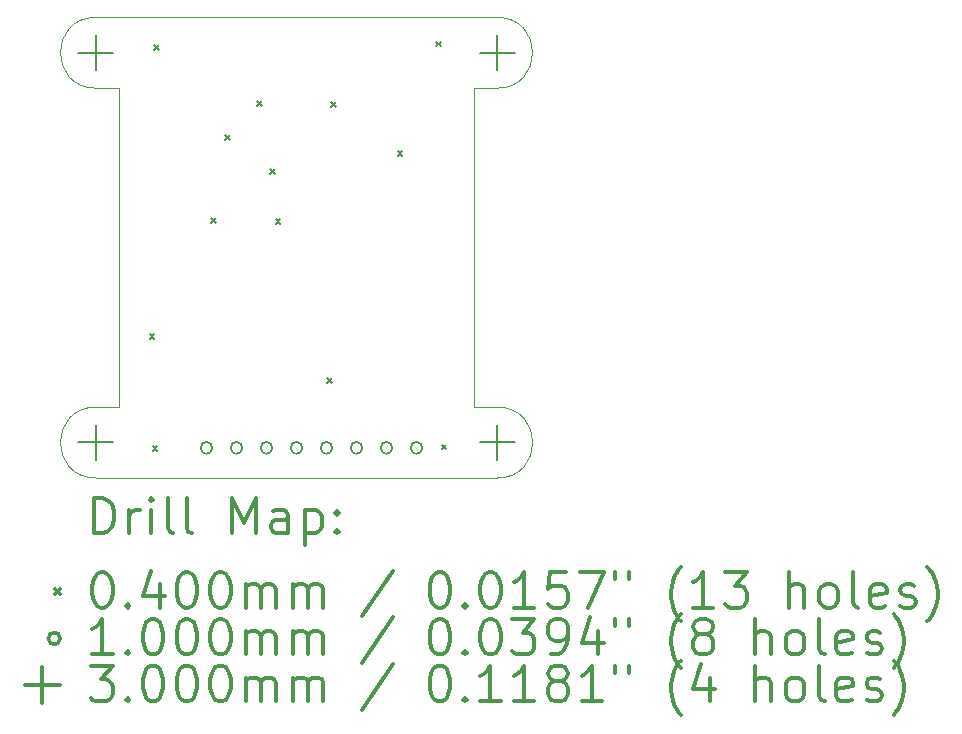
<source format=gbr>
%FSLAX45Y45*%
G04 Gerber Fmt 4.5, Leading zero omitted, Abs format (unit mm)*
G04 Created by KiCad (PCBNEW (5.1.10)-1) date 2021-09-08 01:49:00*
%MOMM*%
%LPD*%
G01*
G04 APERTURE LIST*
%TA.AperFunction,Profile*%
%ADD10C,0.050000*%
%TD*%
%ADD11C,0.200000*%
%ADD12C,0.300000*%
G04 APERTURE END LIST*
D10*
X12459970Y-10040620D02*
X12259310Y-10040620D01*
X12259310Y-7339330D02*
X12259310Y-10040620D01*
X12458700Y-7339330D02*
X12259310Y-7339330D01*
X9060180Y-6739890D02*
X12458700Y-6739890D01*
X9060180Y-10640060D02*
X12459970Y-10640060D01*
X9259570Y-7339330D02*
X9060180Y-7339330D01*
X9259570Y-10040620D02*
X9259570Y-7339330D01*
X9060180Y-10040620D02*
X9259570Y-10040620D01*
X9060180Y-10640060D02*
G75*
G02*
X9060180Y-10040620I0J299720D01*
G01*
X9060180Y-7339330D02*
G75*
G02*
X9060180Y-6739890I0J299720D01*
G01*
X12458700Y-6739890D02*
G75*
G02*
X12458700Y-7339330I0J-299720D01*
G01*
X12459970Y-10040620D02*
G75*
G02*
X12459970Y-10640060I0J-299720D01*
G01*
D11*
X9515000Y-9420000D02*
X9555000Y-9460000D01*
X9555000Y-9420000D02*
X9515000Y-9460000D01*
X9541068Y-10367584D02*
X9581068Y-10407584D01*
X9581068Y-10367584D02*
X9541068Y-10407584D01*
X9552752Y-6975668D02*
X9592752Y-7015668D01*
X9592752Y-6975668D02*
X9552752Y-7015668D01*
X10035000Y-8437500D02*
X10075000Y-8477500D01*
X10075000Y-8437500D02*
X10035000Y-8477500D01*
X10152500Y-7735000D02*
X10192500Y-7775000D01*
X10192500Y-7735000D02*
X10152500Y-7775000D01*
X10425000Y-7450000D02*
X10465000Y-7490000D01*
X10465000Y-7450000D02*
X10425000Y-7490000D01*
X10536240Y-8026720D02*
X10576240Y-8066720D01*
X10576240Y-8026720D02*
X10536240Y-8066720D01*
X10581960Y-8448360D02*
X10621960Y-8488360D01*
X10621960Y-8448360D02*
X10581960Y-8488360D01*
X11021380Y-9794560D02*
X11061380Y-9834560D01*
X11061380Y-9794560D02*
X11021380Y-9834560D01*
X11050000Y-7457500D02*
X11090000Y-7497500D01*
X11090000Y-7457500D02*
X11050000Y-7497500D01*
X11615000Y-7875000D02*
X11655000Y-7915000D01*
X11655000Y-7875000D02*
X11615000Y-7915000D01*
X11939082Y-6945696D02*
X11979082Y-6985696D01*
X11979082Y-6945696D02*
X11939082Y-6985696D01*
X11989120Y-10358440D02*
X12029120Y-10398440D01*
X12029120Y-10358440D02*
X11989120Y-10398440D01*
X10046910Y-10385610D02*
G75*
G03*
X10046910Y-10385610I-50000J0D01*
G01*
X10300910Y-10385610D02*
G75*
G03*
X10300910Y-10385610I-50000J0D01*
G01*
X10554910Y-10385610D02*
G75*
G03*
X10554910Y-10385610I-50000J0D01*
G01*
X10808910Y-10385610D02*
G75*
G03*
X10808910Y-10385610I-50000J0D01*
G01*
X11062910Y-10385610D02*
G75*
G03*
X11062910Y-10385610I-50000J0D01*
G01*
X11316910Y-10385610D02*
G75*
G03*
X11316910Y-10385610I-50000J0D01*
G01*
X11570910Y-10385610D02*
G75*
G03*
X11570910Y-10385610I-50000J0D01*
G01*
X11824910Y-10385610D02*
G75*
G03*
X11824910Y-10385610I-50000J0D01*
G01*
X9058910Y-6889610D02*
X9058910Y-7189610D01*
X8908910Y-7039610D02*
X9208910Y-7039610D01*
X9058910Y-10189610D02*
X9058910Y-10489610D01*
X8908910Y-10339610D02*
X9208910Y-10339610D01*
X12458910Y-6889610D02*
X12458910Y-7189610D01*
X12308910Y-7039610D02*
X12608910Y-7039610D01*
X12458910Y-10189610D02*
X12458910Y-10489610D01*
X12308910Y-10339610D02*
X12608910Y-10339610D01*
D12*
X9044388Y-11108275D02*
X9044388Y-10808275D01*
X9115817Y-10808275D01*
X9158674Y-10822560D01*
X9187246Y-10851132D01*
X9201531Y-10879703D01*
X9215817Y-10936846D01*
X9215817Y-10979703D01*
X9201531Y-11036846D01*
X9187246Y-11065417D01*
X9158674Y-11093989D01*
X9115817Y-11108275D01*
X9044388Y-11108275D01*
X9344388Y-11108275D02*
X9344388Y-10908275D01*
X9344388Y-10965417D02*
X9358674Y-10936846D01*
X9372960Y-10922560D01*
X9401531Y-10908275D01*
X9430103Y-10908275D01*
X9530103Y-11108275D02*
X9530103Y-10908275D01*
X9530103Y-10808275D02*
X9515817Y-10822560D01*
X9530103Y-10836846D01*
X9544388Y-10822560D01*
X9530103Y-10808275D01*
X9530103Y-10836846D01*
X9715817Y-11108275D02*
X9687246Y-11093989D01*
X9672960Y-11065417D01*
X9672960Y-10808275D01*
X9872960Y-11108275D02*
X9844388Y-11093989D01*
X9830103Y-11065417D01*
X9830103Y-10808275D01*
X10215817Y-11108275D02*
X10215817Y-10808275D01*
X10315817Y-11022560D01*
X10415817Y-10808275D01*
X10415817Y-11108275D01*
X10687246Y-11108275D02*
X10687246Y-10951132D01*
X10672960Y-10922560D01*
X10644388Y-10908275D01*
X10587246Y-10908275D01*
X10558674Y-10922560D01*
X10687246Y-11093989D02*
X10658674Y-11108275D01*
X10587246Y-11108275D01*
X10558674Y-11093989D01*
X10544388Y-11065417D01*
X10544388Y-11036846D01*
X10558674Y-11008275D01*
X10587246Y-10993989D01*
X10658674Y-10993989D01*
X10687246Y-10979703D01*
X10830103Y-10908275D02*
X10830103Y-11208274D01*
X10830103Y-10922560D02*
X10858674Y-10908275D01*
X10915817Y-10908275D01*
X10944388Y-10922560D01*
X10958674Y-10936846D01*
X10972960Y-10965417D01*
X10972960Y-11051132D01*
X10958674Y-11079703D01*
X10944388Y-11093989D01*
X10915817Y-11108275D01*
X10858674Y-11108275D01*
X10830103Y-11093989D01*
X11101531Y-11079703D02*
X11115817Y-11093989D01*
X11101531Y-11108275D01*
X11087246Y-11093989D01*
X11101531Y-11079703D01*
X11101531Y-11108275D01*
X11101531Y-10922560D02*
X11115817Y-10936846D01*
X11101531Y-10951132D01*
X11087246Y-10936846D01*
X11101531Y-10922560D01*
X11101531Y-10951132D01*
X8717960Y-11582560D02*
X8757960Y-11622560D01*
X8757960Y-11582560D02*
X8717960Y-11622560D01*
X9101531Y-11438274D02*
X9130103Y-11438274D01*
X9158674Y-11452560D01*
X9172960Y-11466846D01*
X9187246Y-11495417D01*
X9201531Y-11552560D01*
X9201531Y-11623989D01*
X9187246Y-11681132D01*
X9172960Y-11709703D01*
X9158674Y-11723989D01*
X9130103Y-11738274D01*
X9101531Y-11738274D01*
X9072960Y-11723989D01*
X9058674Y-11709703D01*
X9044388Y-11681132D01*
X9030103Y-11623989D01*
X9030103Y-11552560D01*
X9044388Y-11495417D01*
X9058674Y-11466846D01*
X9072960Y-11452560D01*
X9101531Y-11438274D01*
X9330103Y-11709703D02*
X9344388Y-11723989D01*
X9330103Y-11738274D01*
X9315817Y-11723989D01*
X9330103Y-11709703D01*
X9330103Y-11738274D01*
X9601531Y-11538274D02*
X9601531Y-11738274D01*
X9530103Y-11423989D02*
X9458674Y-11638274D01*
X9644388Y-11638274D01*
X9815817Y-11438274D02*
X9844388Y-11438274D01*
X9872960Y-11452560D01*
X9887246Y-11466846D01*
X9901531Y-11495417D01*
X9915817Y-11552560D01*
X9915817Y-11623989D01*
X9901531Y-11681132D01*
X9887246Y-11709703D01*
X9872960Y-11723989D01*
X9844388Y-11738274D01*
X9815817Y-11738274D01*
X9787246Y-11723989D01*
X9772960Y-11709703D01*
X9758674Y-11681132D01*
X9744388Y-11623989D01*
X9744388Y-11552560D01*
X9758674Y-11495417D01*
X9772960Y-11466846D01*
X9787246Y-11452560D01*
X9815817Y-11438274D01*
X10101531Y-11438274D02*
X10130103Y-11438274D01*
X10158674Y-11452560D01*
X10172960Y-11466846D01*
X10187246Y-11495417D01*
X10201531Y-11552560D01*
X10201531Y-11623989D01*
X10187246Y-11681132D01*
X10172960Y-11709703D01*
X10158674Y-11723989D01*
X10130103Y-11738274D01*
X10101531Y-11738274D01*
X10072960Y-11723989D01*
X10058674Y-11709703D01*
X10044388Y-11681132D01*
X10030103Y-11623989D01*
X10030103Y-11552560D01*
X10044388Y-11495417D01*
X10058674Y-11466846D01*
X10072960Y-11452560D01*
X10101531Y-11438274D01*
X10330103Y-11738274D02*
X10330103Y-11538274D01*
X10330103Y-11566846D02*
X10344388Y-11552560D01*
X10372960Y-11538274D01*
X10415817Y-11538274D01*
X10444388Y-11552560D01*
X10458674Y-11581132D01*
X10458674Y-11738274D01*
X10458674Y-11581132D02*
X10472960Y-11552560D01*
X10501531Y-11538274D01*
X10544388Y-11538274D01*
X10572960Y-11552560D01*
X10587246Y-11581132D01*
X10587246Y-11738274D01*
X10730103Y-11738274D02*
X10730103Y-11538274D01*
X10730103Y-11566846D02*
X10744388Y-11552560D01*
X10772960Y-11538274D01*
X10815817Y-11538274D01*
X10844388Y-11552560D01*
X10858674Y-11581132D01*
X10858674Y-11738274D01*
X10858674Y-11581132D02*
X10872960Y-11552560D01*
X10901531Y-11538274D01*
X10944388Y-11538274D01*
X10972960Y-11552560D01*
X10987246Y-11581132D01*
X10987246Y-11738274D01*
X11572960Y-11423989D02*
X11315817Y-11809703D01*
X11958674Y-11438274D02*
X11987245Y-11438274D01*
X12015817Y-11452560D01*
X12030103Y-11466846D01*
X12044388Y-11495417D01*
X12058674Y-11552560D01*
X12058674Y-11623989D01*
X12044388Y-11681132D01*
X12030103Y-11709703D01*
X12015817Y-11723989D01*
X11987245Y-11738274D01*
X11958674Y-11738274D01*
X11930103Y-11723989D01*
X11915817Y-11709703D01*
X11901531Y-11681132D01*
X11887245Y-11623989D01*
X11887245Y-11552560D01*
X11901531Y-11495417D01*
X11915817Y-11466846D01*
X11930103Y-11452560D01*
X11958674Y-11438274D01*
X12187245Y-11709703D02*
X12201531Y-11723989D01*
X12187245Y-11738274D01*
X12172960Y-11723989D01*
X12187245Y-11709703D01*
X12187245Y-11738274D01*
X12387245Y-11438274D02*
X12415817Y-11438274D01*
X12444388Y-11452560D01*
X12458674Y-11466846D01*
X12472960Y-11495417D01*
X12487245Y-11552560D01*
X12487245Y-11623989D01*
X12472960Y-11681132D01*
X12458674Y-11709703D01*
X12444388Y-11723989D01*
X12415817Y-11738274D01*
X12387245Y-11738274D01*
X12358674Y-11723989D01*
X12344388Y-11709703D01*
X12330103Y-11681132D01*
X12315817Y-11623989D01*
X12315817Y-11552560D01*
X12330103Y-11495417D01*
X12344388Y-11466846D01*
X12358674Y-11452560D01*
X12387245Y-11438274D01*
X12772960Y-11738274D02*
X12601531Y-11738274D01*
X12687245Y-11738274D02*
X12687245Y-11438274D01*
X12658674Y-11481132D01*
X12630103Y-11509703D01*
X12601531Y-11523989D01*
X13044388Y-11438274D02*
X12901531Y-11438274D01*
X12887245Y-11581132D01*
X12901531Y-11566846D01*
X12930103Y-11552560D01*
X13001531Y-11552560D01*
X13030103Y-11566846D01*
X13044388Y-11581132D01*
X13058674Y-11609703D01*
X13058674Y-11681132D01*
X13044388Y-11709703D01*
X13030103Y-11723989D01*
X13001531Y-11738274D01*
X12930103Y-11738274D01*
X12901531Y-11723989D01*
X12887245Y-11709703D01*
X13158674Y-11438274D02*
X13358674Y-11438274D01*
X13230103Y-11738274D01*
X13458674Y-11438274D02*
X13458674Y-11495417D01*
X13572960Y-11438274D02*
X13572960Y-11495417D01*
X14015817Y-11852560D02*
X14001531Y-11838274D01*
X13972960Y-11795417D01*
X13958674Y-11766846D01*
X13944388Y-11723989D01*
X13930103Y-11652560D01*
X13930103Y-11595417D01*
X13944388Y-11523989D01*
X13958674Y-11481132D01*
X13972960Y-11452560D01*
X14001531Y-11409703D01*
X14015817Y-11395417D01*
X14287245Y-11738274D02*
X14115817Y-11738274D01*
X14201531Y-11738274D02*
X14201531Y-11438274D01*
X14172960Y-11481132D01*
X14144388Y-11509703D01*
X14115817Y-11523989D01*
X14387245Y-11438274D02*
X14572960Y-11438274D01*
X14472960Y-11552560D01*
X14515817Y-11552560D01*
X14544388Y-11566846D01*
X14558674Y-11581132D01*
X14572960Y-11609703D01*
X14572960Y-11681132D01*
X14558674Y-11709703D01*
X14544388Y-11723989D01*
X14515817Y-11738274D01*
X14430103Y-11738274D01*
X14401531Y-11723989D01*
X14387245Y-11709703D01*
X14930103Y-11738274D02*
X14930103Y-11438274D01*
X15058674Y-11738274D02*
X15058674Y-11581132D01*
X15044388Y-11552560D01*
X15015817Y-11538274D01*
X14972960Y-11538274D01*
X14944388Y-11552560D01*
X14930103Y-11566846D01*
X15244388Y-11738274D02*
X15215817Y-11723989D01*
X15201531Y-11709703D01*
X15187245Y-11681132D01*
X15187245Y-11595417D01*
X15201531Y-11566846D01*
X15215817Y-11552560D01*
X15244388Y-11538274D01*
X15287245Y-11538274D01*
X15315817Y-11552560D01*
X15330103Y-11566846D01*
X15344388Y-11595417D01*
X15344388Y-11681132D01*
X15330103Y-11709703D01*
X15315817Y-11723989D01*
X15287245Y-11738274D01*
X15244388Y-11738274D01*
X15515817Y-11738274D02*
X15487245Y-11723989D01*
X15472960Y-11695417D01*
X15472960Y-11438274D01*
X15744388Y-11723989D02*
X15715817Y-11738274D01*
X15658674Y-11738274D01*
X15630103Y-11723989D01*
X15615817Y-11695417D01*
X15615817Y-11581132D01*
X15630103Y-11552560D01*
X15658674Y-11538274D01*
X15715817Y-11538274D01*
X15744388Y-11552560D01*
X15758674Y-11581132D01*
X15758674Y-11609703D01*
X15615817Y-11638274D01*
X15872960Y-11723989D02*
X15901531Y-11738274D01*
X15958674Y-11738274D01*
X15987245Y-11723989D01*
X16001531Y-11695417D01*
X16001531Y-11681132D01*
X15987245Y-11652560D01*
X15958674Y-11638274D01*
X15915817Y-11638274D01*
X15887245Y-11623989D01*
X15872960Y-11595417D01*
X15872960Y-11581132D01*
X15887245Y-11552560D01*
X15915817Y-11538274D01*
X15958674Y-11538274D01*
X15987245Y-11552560D01*
X16101531Y-11852560D02*
X16115817Y-11838274D01*
X16144388Y-11795417D01*
X16158674Y-11766846D01*
X16172960Y-11723989D01*
X16187245Y-11652560D01*
X16187245Y-11595417D01*
X16172960Y-11523989D01*
X16158674Y-11481132D01*
X16144388Y-11452560D01*
X16115817Y-11409703D01*
X16101531Y-11395417D01*
X8757960Y-11998560D02*
G75*
G03*
X8757960Y-11998560I-50000J0D01*
G01*
X9201531Y-12134274D02*
X9030103Y-12134274D01*
X9115817Y-12134274D02*
X9115817Y-11834274D01*
X9087246Y-11877132D01*
X9058674Y-11905703D01*
X9030103Y-11919989D01*
X9330103Y-12105703D02*
X9344388Y-12119989D01*
X9330103Y-12134274D01*
X9315817Y-12119989D01*
X9330103Y-12105703D01*
X9330103Y-12134274D01*
X9530103Y-11834274D02*
X9558674Y-11834274D01*
X9587246Y-11848560D01*
X9601531Y-11862846D01*
X9615817Y-11891417D01*
X9630103Y-11948560D01*
X9630103Y-12019989D01*
X9615817Y-12077132D01*
X9601531Y-12105703D01*
X9587246Y-12119989D01*
X9558674Y-12134274D01*
X9530103Y-12134274D01*
X9501531Y-12119989D01*
X9487246Y-12105703D01*
X9472960Y-12077132D01*
X9458674Y-12019989D01*
X9458674Y-11948560D01*
X9472960Y-11891417D01*
X9487246Y-11862846D01*
X9501531Y-11848560D01*
X9530103Y-11834274D01*
X9815817Y-11834274D02*
X9844388Y-11834274D01*
X9872960Y-11848560D01*
X9887246Y-11862846D01*
X9901531Y-11891417D01*
X9915817Y-11948560D01*
X9915817Y-12019989D01*
X9901531Y-12077132D01*
X9887246Y-12105703D01*
X9872960Y-12119989D01*
X9844388Y-12134274D01*
X9815817Y-12134274D01*
X9787246Y-12119989D01*
X9772960Y-12105703D01*
X9758674Y-12077132D01*
X9744388Y-12019989D01*
X9744388Y-11948560D01*
X9758674Y-11891417D01*
X9772960Y-11862846D01*
X9787246Y-11848560D01*
X9815817Y-11834274D01*
X10101531Y-11834274D02*
X10130103Y-11834274D01*
X10158674Y-11848560D01*
X10172960Y-11862846D01*
X10187246Y-11891417D01*
X10201531Y-11948560D01*
X10201531Y-12019989D01*
X10187246Y-12077132D01*
X10172960Y-12105703D01*
X10158674Y-12119989D01*
X10130103Y-12134274D01*
X10101531Y-12134274D01*
X10072960Y-12119989D01*
X10058674Y-12105703D01*
X10044388Y-12077132D01*
X10030103Y-12019989D01*
X10030103Y-11948560D01*
X10044388Y-11891417D01*
X10058674Y-11862846D01*
X10072960Y-11848560D01*
X10101531Y-11834274D01*
X10330103Y-12134274D02*
X10330103Y-11934274D01*
X10330103Y-11962846D02*
X10344388Y-11948560D01*
X10372960Y-11934274D01*
X10415817Y-11934274D01*
X10444388Y-11948560D01*
X10458674Y-11977132D01*
X10458674Y-12134274D01*
X10458674Y-11977132D02*
X10472960Y-11948560D01*
X10501531Y-11934274D01*
X10544388Y-11934274D01*
X10572960Y-11948560D01*
X10587246Y-11977132D01*
X10587246Y-12134274D01*
X10730103Y-12134274D02*
X10730103Y-11934274D01*
X10730103Y-11962846D02*
X10744388Y-11948560D01*
X10772960Y-11934274D01*
X10815817Y-11934274D01*
X10844388Y-11948560D01*
X10858674Y-11977132D01*
X10858674Y-12134274D01*
X10858674Y-11977132D02*
X10872960Y-11948560D01*
X10901531Y-11934274D01*
X10944388Y-11934274D01*
X10972960Y-11948560D01*
X10987246Y-11977132D01*
X10987246Y-12134274D01*
X11572960Y-11819989D02*
X11315817Y-12205703D01*
X11958674Y-11834274D02*
X11987245Y-11834274D01*
X12015817Y-11848560D01*
X12030103Y-11862846D01*
X12044388Y-11891417D01*
X12058674Y-11948560D01*
X12058674Y-12019989D01*
X12044388Y-12077132D01*
X12030103Y-12105703D01*
X12015817Y-12119989D01*
X11987245Y-12134274D01*
X11958674Y-12134274D01*
X11930103Y-12119989D01*
X11915817Y-12105703D01*
X11901531Y-12077132D01*
X11887245Y-12019989D01*
X11887245Y-11948560D01*
X11901531Y-11891417D01*
X11915817Y-11862846D01*
X11930103Y-11848560D01*
X11958674Y-11834274D01*
X12187245Y-12105703D02*
X12201531Y-12119989D01*
X12187245Y-12134274D01*
X12172960Y-12119989D01*
X12187245Y-12105703D01*
X12187245Y-12134274D01*
X12387245Y-11834274D02*
X12415817Y-11834274D01*
X12444388Y-11848560D01*
X12458674Y-11862846D01*
X12472960Y-11891417D01*
X12487245Y-11948560D01*
X12487245Y-12019989D01*
X12472960Y-12077132D01*
X12458674Y-12105703D01*
X12444388Y-12119989D01*
X12415817Y-12134274D01*
X12387245Y-12134274D01*
X12358674Y-12119989D01*
X12344388Y-12105703D01*
X12330103Y-12077132D01*
X12315817Y-12019989D01*
X12315817Y-11948560D01*
X12330103Y-11891417D01*
X12344388Y-11862846D01*
X12358674Y-11848560D01*
X12387245Y-11834274D01*
X12587245Y-11834274D02*
X12772960Y-11834274D01*
X12672960Y-11948560D01*
X12715817Y-11948560D01*
X12744388Y-11962846D01*
X12758674Y-11977132D01*
X12772960Y-12005703D01*
X12772960Y-12077132D01*
X12758674Y-12105703D01*
X12744388Y-12119989D01*
X12715817Y-12134274D01*
X12630103Y-12134274D01*
X12601531Y-12119989D01*
X12587245Y-12105703D01*
X12915817Y-12134274D02*
X12972960Y-12134274D01*
X13001531Y-12119989D01*
X13015817Y-12105703D01*
X13044388Y-12062846D01*
X13058674Y-12005703D01*
X13058674Y-11891417D01*
X13044388Y-11862846D01*
X13030103Y-11848560D01*
X13001531Y-11834274D01*
X12944388Y-11834274D01*
X12915817Y-11848560D01*
X12901531Y-11862846D01*
X12887245Y-11891417D01*
X12887245Y-11962846D01*
X12901531Y-11991417D01*
X12915817Y-12005703D01*
X12944388Y-12019989D01*
X13001531Y-12019989D01*
X13030103Y-12005703D01*
X13044388Y-11991417D01*
X13058674Y-11962846D01*
X13315817Y-11934274D02*
X13315817Y-12134274D01*
X13244388Y-11819989D02*
X13172960Y-12034274D01*
X13358674Y-12034274D01*
X13458674Y-11834274D02*
X13458674Y-11891417D01*
X13572960Y-11834274D02*
X13572960Y-11891417D01*
X14015817Y-12248560D02*
X14001531Y-12234274D01*
X13972960Y-12191417D01*
X13958674Y-12162846D01*
X13944388Y-12119989D01*
X13930103Y-12048560D01*
X13930103Y-11991417D01*
X13944388Y-11919989D01*
X13958674Y-11877132D01*
X13972960Y-11848560D01*
X14001531Y-11805703D01*
X14015817Y-11791417D01*
X14172960Y-11962846D02*
X14144388Y-11948560D01*
X14130103Y-11934274D01*
X14115817Y-11905703D01*
X14115817Y-11891417D01*
X14130103Y-11862846D01*
X14144388Y-11848560D01*
X14172960Y-11834274D01*
X14230103Y-11834274D01*
X14258674Y-11848560D01*
X14272960Y-11862846D01*
X14287245Y-11891417D01*
X14287245Y-11905703D01*
X14272960Y-11934274D01*
X14258674Y-11948560D01*
X14230103Y-11962846D01*
X14172960Y-11962846D01*
X14144388Y-11977132D01*
X14130103Y-11991417D01*
X14115817Y-12019989D01*
X14115817Y-12077132D01*
X14130103Y-12105703D01*
X14144388Y-12119989D01*
X14172960Y-12134274D01*
X14230103Y-12134274D01*
X14258674Y-12119989D01*
X14272960Y-12105703D01*
X14287245Y-12077132D01*
X14287245Y-12019989D01*
X14272960Y-11991417D01*
X14258674Y-11977132D01*
X14230103Y-11962846D01*
X14644388Y-12134274D02*
X14644388Y-11834274D01*
X14772960Y-12134274D02*
X14772960Y-11977132D01*
X14758674Y-11948560D01*
X14730103Y-11934274D01*
X14687245Y-11934274D01*
X14658674Y-11948560D01*
X14644388Y-11962846D01*
X14958674Y-12134274D02*
X14930103Y-12119989D01*
X14915817Y-12105703D01*
X14901531Y-12077132D01*
X14901531Y-11991417D01*
X14915817Y-11962846D01*
X14930103Y-11948560D01*
X14958674Y-11934274D01*
X15001531Y-11934274D01*
X15030103Y-11948560D01*
X15044388Y-11962846D01*
X15058674Y-11991417D01*
X15058674Y-12077132D01*
X15044388Y-12105703D01*
X15030103Y-12119989D01*
X15001531Y-12134274D01*
X14958674Y-12134274D01*
X15230103Y-12134274D02*
X15201531Y-12119989D01*
X15187245Y-12091417D01*
X15187245Y-11834274D01*
X15458674Y-12119989D02*
X15430103Y-12134274D01*
X15372960Y-12134274D01*
X15344388Y-12119989D01*
X15330103Y-12091417D01*
X15330103Y-11977132D01*
X15344388Y-11948560D01*
X15372960Y-11934274D01*
X15430103Y-11934274D01*
X15458674Y-11948560D01*
X15472960Y-11977132D01*
X15472960Y-12005703D01*
X15330103Y-12034274D01*
X15587245Y-12119989D02*
X15615817Y-12134274D01*
X15672960Y-12134274D01*
X15701531Y-12119989D01*
X15715817Y-12091417D01*
X15715817Y-12077132D01*
X15701531Y-12048560D01*
X15672960Y-12034274D01*
X15630103Y-12034274D01*
X15601531Y-12019989D01*
X15587245Y-11991417D01*
X15587245Y-11977132D01*
X15601531Y-11948560D01*
X15630103Y-11934274D01*
X15672960Y-11934274D01*
X15701531Y-11948560D01*
X15815817Y-12248560D02*
X15830103Y-12234274D01*
X15858674Y-12191417D01*
X15872960Y-12162846D01*
X15887245Y-12119989D01*
X15901531Y-12048560D01*
X15901531Y-11991417D01*
X15887245Y-11919989D01*
X15872960Y-11877132D01*
X15858674Y-11848560D01*
X15830103Y-11805703D01*
X15815817Y-11791417D01*
X8607960Y-12244560D02*
X8607960Y-12544560D01*
X8457960Y-12394560D02*
X8757960Y-12394560D01*
X9015817Y-12230274D02*
X9201531Y-12230274D01*
X9101531Y-12344560D01*
X9144388Y-12344560D01*
X9172960Y-12358846D01*
X9187246Y-12373132D01*
X9201531Y-12401703D01*
X9201531Y-12473132D01*
X9187246Y-12501703D01*
X9172960Y-12515989D01*
X9144388Y-12530274D01*
X9058674Y-12530274D01*
X9030103Y-12515989D01*
X9015817Y-12501703D01*
X9330103Y-12501703D02*
X9344388Y-12515989D01*
X9330103Y-12530274D01*
X9315817Y-12515989D01*
X9330103Y-12501703D01*
X9330103Y-12530274D01*
X9530103Y-12230274D02*
X9558674Y-12230274D01*
X9587246Y-12244560D01*
X9601531Y-12258846D01*
X9615817Y-12287417D01*
X9630103Y-12344560D01*
X9630103Y-12415989D01*
X9615817Y-12473132D01*
X9601531Y-12501703D01*
X9587246Y-12515989D01*
X9558674Y-12530274D01*
X9530103Y-12530274D01*
X9501531Y-12515989D01*
X9487246Y-12501703D01*
X9472960Y-12473132D01*
X9458674Y-12415989D01*
X9458674Y-12344560D01*
X9472960Y-12287417D01*
X9487246Y-12258846D01*
X9501531Y-12244560D01*
X9530103Y-12230274D01*
X9815817Y-12230274D02*
X9844388Y-12230274D01*
X9872960Y-12244560D01*
X9887246Y-12258846D01*
X9901531Y-12287417D01*
X9915817Y-12344560D01*
X9915817Y-12415989D01*
X9901531Y-12473132D01*
X9887246Y-12501703D01*
X9872960Y-12515989D01*
X9844388Y-12530274D01*
X9815817Y-12530274D01*
X9787246Y-12515989D01*
X9772960Y-12501703D01*
X9758674Y-12473132D01*
X9744388Y-12415989D01*
X9744388Y-12344560D01*
X9758674Y-12287417D01*
X9772960Y-12258846D01*
X9787246Y-12244560D01*
X9815817Y-12230274D01*
X10101531Y-12230274D02*
X10130103Y-12230274D01*
X10158674Y-12244560D01*
X10172960Y-12258846D01*
X10187246Y-12287417D01*
X10201531Y-12344560D01*
X10201531Y-12415989D01*
X10187246Y-12473132D01*
X10172960Y-12501703D01*
X10158674Y-12515989D01*
X10130103Y-12530274D01*
X10101531Y-12530274D01*
X10072960Y-12515989D01*
X10058674Y-12501703D01*
X10044388Y-12473132D01*
X10030103Y-12415989D01*
X10030103Y-12344560D01*
X10044388Y-12287417D01*
X10058674Y-12258846D01*
X10072960Y-12244560D01*
X10101531Y-12230274D01*
X10330103Y-12530274D02*
X10330103Y-12330274D01*
X10330103Y-12358846D02*
X10344388Y-12344560D01*
X10372960Y-12330274D01*
X10415817Y-12330274D01*
X10444388Y-12344560D01*
X10458674Y-12373132D01*
X10458674Y-12530274D01*
X10458674Y-12373132D02*
X10472960Y-12344560D01*
X10501531Y-12330274D01*
X10544388Y-12330274D01*
X10572960Y-12344560D01*
X10587246Y-12373132D01*
X10587246Y-12530274D01*
X10730103Y-12530274D02*
X10730103Y-12330274D01*
X10730103Y-12358846D02*
X10744388Y-12344560D01*
X10772960Y-12330274D01*
X10815817Y-12330274D01*
X10844388Y-12344560D01*
X10858674Y-12373132D01*
X10858674Y-12530274D01*
X10858674Y-12373132D02*
X10872960Y-12344560D01*
X10901531Y-12330274D01*
X10944388Y-12330274D01*
X10972960Y-12344560D01*
X10987246Y-12373132D01*
X10987246Y-12530274D01*
X11572960Y-12215989D02*
X11315817Y-12601703D01*
X11958674Y-12230274D02*
X11987245Y-12230274D01*
X12015817Y-12244560D01*
X12030103Y-12258846D01*
X12044388Y-12287417D01*
X12058674Y-12344560D01*
X12058674Y-12415989D01*
X12044388Y-12473132D01*
X12030103Y-12501703D01*
X12015817Y-12515989D01*
X11987245Y-12530274D01*
X11958674Y-12530274D01*
X11930103Y-12515989D01*
X11915817Y-12501703D01*
X11901531Y-12473132D01*
X11887245Y-12415989D01*
X11887245Y-12344560D01*
X11901531Y-12287417D01*
X11915817Y-12258846D01*
X11930103Y-12244560D01*
X11958674Y-12230274D01*
X12187245Y-12501703D02*
X12201531Y-12515989D01*
X12187245Y-12530274D01*
X12172960Y-12515989D01*
X12187245Y-12501703D01*
X12187245Y-12530274D01*
X12487245Y-12530274D02*
X12315817Y-12530274D01*
X12401531Y-12530274D02*
X12401531Y-12230274D01*
X12372960Y-12273132D01*
X12344388Y-12301703D01*
X12315817Y-12315989D01*
X12772960Y-12530274D02*
X12601531Y-12530274D01*
X12687245Y-12530274D02*
X12687245Y-12230274D01*
X12658674Y-12273132D01*
X12630103Y-12301703D01*
X12601531Y-12315989D01*
X12944388Y-12358846D02*
X12915817Y-12344560D01*
X12901531Y-12330274D01*
X12887245Y-12301703D01*
X12887245Y-12287417D01*
X12901531Y-12258846D01*
X12915817Y-12244560D01*
X12944388Y-12230274D01*
X13001531Y-12230274D01*
X13030103Y-12244560D01*
X13044388Y-12258846D01*
X13058674Y-12287417D01*
X13058674Y-12301703D01*
X13044388Y-12330274D01*
X13030103Y-12344560D01*
X13001531Y-12358846D01*
X12944388Y-12358846D01*
X12915817Y-12373132D01*
X12901531Y-12387417D01*
X12887245Y-12415989D01*
X12887245Y-12473132D01*
X12901531Y-12501703D01*
X12915817Y-12515989D01*
X12944388Y-12530274D01*
X13001531Y-12530274D01*
X13030103Y-12515989D01*
X13044388Y-12501703D01*
X13058674Y-12473132D01*
X13058674Y-12415989D01*
X13044388Y-12387417D01*
X13030103Y-12373132D01*
X13001531Y-12358846D01*
X13344388Y-12530274D02*
X13172960Y-12530274D01*
X13258674Y-12530274D02*
X13258674Y-12230274D01*
X13230103Y-12273132D01*
X13201531Y-12301703D01*
X13172960Y-12315989D01*
X13458674Y-12230274D02*
X13458674Y-12287417D01*
X13572960Y-12230274D02*
X13572960Y-12287417D01*
X14015817Y-12644560D02*
X14001531Y-12630274D01*
X13972960Y-12587417D01*
X13958674Y-12558846D01*
X13944388Y-12515989D01*
X13930103Y-12444560D01*
X13930103Y-12387417D01*
X13944388Y-12315989D01*
X13958674Y-12273132D01*
X13972960Y-12244560D01*
X14001531Y-12201703D01*
X14015817Y-12187417D01*
X14258674Y-12330274D02*
X14258674Y-12530274D01*
X14187245Y-12215989D02*
X14115817Y-12430274D01*
X14301531Y-12430274D01*
X14644388Y-12530274D02*
X14644388Y-12230274D01*
X14772960Y-12530274D02*
X14772960Y-12373132D01*
X14758674Y-12344560D01*
X14730103Y-12330274D01*
X14687245Y-12330274D01*
X14658674Y-12344560D01*
X14644388Y-12358846D01*
X14958674Y-12530274D02*
X14930103Y-12515989D01*
X14915817Y-12501703D01*
X14901531Y-12473132D01*
X14901531Y-12387417D01*
X14915817Y-12358846D01*
X14930103Y-12344560D01*
X14958674Y-12330274D01*
X15001531Y-12330274D01*
X15030103Y-12344560D01*
X15044388Y-12358846D01*
X15058674Y-12387417D01*
X15058674Y-12473132D01*
X15044388Y-12501703D01*
X15030103Y-12515989D01*
X15001531Y-12530274D01*
X14958674Y-12530274D01*
X15230103Y-12530274D02*
X15201531Y-12515989D01*
X15187245Y-12487417D01*
X15187245Y-12230274D01*
X15458674Y-12515989D02*
X15430103Y-12530274D01*
X15372960Y-12530274D01*
X15344388Y-12515989D01*
X15330103Y-12487417D01*
X15330103Y-12373132D01*
X15344388Y-12344560D01*
X15372960Y-12330274D01*
X15430103Y-12330274D01*
X15458674Y-12344560D01*
X15472960Y-12373132D01*
X15472960Y-12401703D01*
X15330103Y-12430274D01*
X15587245Y-12515989D02*
X15615817Y-12530274D01*
X15672960Y-12530274D01*
X15701531Y-12515989D01*
X15715817Y-12487417D01*
X15715817Y-12473132D01*
X15701531Y-12444560D01*
X15672960Y-12430274D01*
X15630103Y-12430274D01*
X15601531Y-12415989D01*
X15587245Y-12387417D01*
X15587245Y-12373132D01*
X15601531Y-12344560D01*
X15630103Y-12330274D01*
X15672960Y-12330274D01*
X15701531Y-12344560D01*
X15815817Y-12644560D02*
X15830103Y-12630274D01*
X15858674Y-12587417D01*
X15872960Y-12558846D01*
X15887245Y-12515989D01*
X15901531Y-12444560D01*
X15901531Y-12387417D01*
X15887245Y-12315989D01*
X15872960Y-12273132D01*
X15858674Y-12244560D01*
X15830103Y-12201703D01*
X15815817Y-12187417D01*
M02*

</source>
